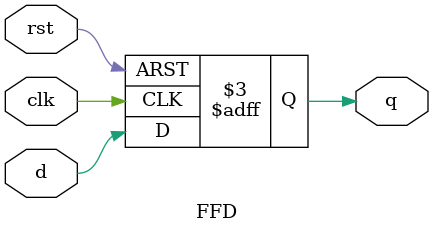
<source format=v>
`timescale 1ns / 1ps
module FFD(
     q,
     clk,
     rst,
     d
    );
	 
	output q;    
	input clk;
   input rst;
	input d;
		
	reg q;
	 

always @(posedge rst, posedge clk) begin
	if(rst==1'b1)
		  q <= 0;
	else begin
		  q <= d;
	end
end

endmodule

</source>
